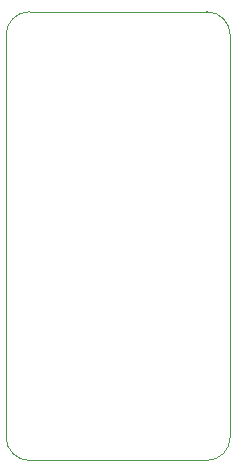
<source format=gbr>
G04 #@! TF.GenerationSoftware,KiCad,Pcbnew,5.1.4-e60b266~84~ubuntu16.04.1*
G04 #@! TF.CreationDate,2020-01-20T16:25:06+00:00*
G04 #@! TF.ProjectId,nas-mod-xu4,6e61732d-6d6f-4642-9d78-75342e6b6963,rev?*
G04 #@! TF.SameCoordinates,PX4db9760PY83d8710*
G04 #@! TF.FileFunction,Profile,NP*
%FSLAX46Y46*%
G04 Gerber Fmt 4.6, Leading zero omitted, Abs format (unit mm)*
G04 Created by KiCad (PCBNEW 5.1.4-e60b266~84~ubuntu16.04.1) date 2020-01-20 16:25:06*
%MOMM*%
%LPD*%
G04 APERTURE LIST*
%ADD10C,0.050000*%
G04 APERTURE END LIST*
D10*
X2000000Y0D02*
G75*
G02X0Y2000000I0J2000000D01*
G01*
X17000000Y38000000D02*
G75*
G02X19000000Y36000000I0J-2000000D01*
G01*
X19000000Y2000000D02*
G75*
G02X17000000Y0I-2000000J0D01*
G01*
X19000000Y36000000D02*
X19000000Y2000000D01*
X0Y36000000D02*
G75*
G02X2000000Y38000000I2000000J0D01*
G01*
X0Y36000000D02*
X0Y2000000D01*
X2000000Y0D02*
X17000000Y0D01*
X2000000Y38000000D02*
X17000000Y38000000D01*
M02*

</source>
